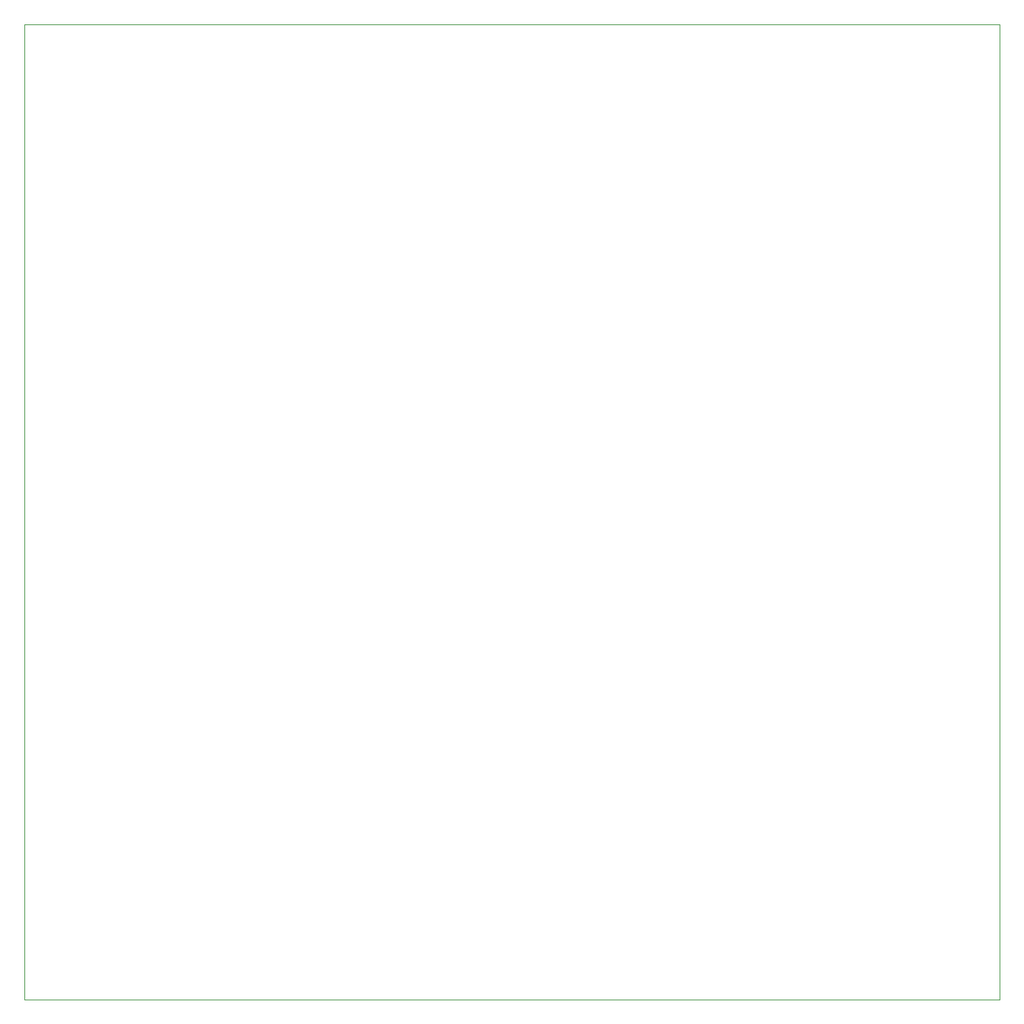
<source format=gbr>
G04 #@! TF.GenerationSoftware,KiCad,Pcbnew,(5.1.5)-3*
G04 #@! TF.CreationDate,2020-11-22T23:45:11-05:00*
G04 #@! TF.ProjectId,OceanSense,4f636561-6e53-4656-9e73-652e6b696361,rev?*
G04 #@! TF.SameCoordinates,Original*
G04 #@! TF.FileFunction,Profile,NP*
%FSLAX46Y46*%
G04 Gerber Fmt 4.6, Leading zero omitted, Abs format (unit mm)*
G04 Created by KiCad (PCBNEW (5.1.5)-3) date 2020-11-22 23:45:11*
%MOMM*%
%LPD*%
G04 APERTURE LIST*
%ADD10C,0.050000*%
G04 APERTURE END LIST*
D10*
X-50000000Y410000000D02*
X-50000000Y525000000D01*
X65000000Y410000000D02*
X-50000000Y410000000D01*
X65000000Y525000000D02*
X65000000Y410000000D01*
X-50000000Y525000000D02*
X65000000Y525000000D01*
M02*

</source>
